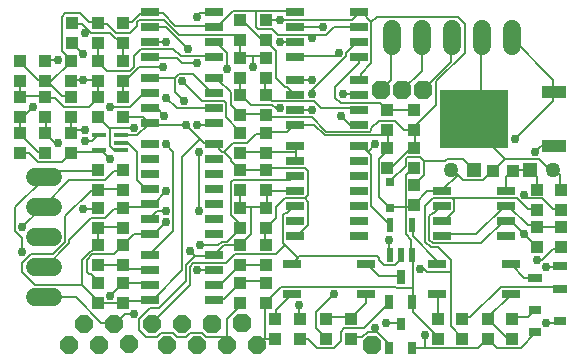
<source format=gbr>
G04 EAGLE Gerber RS-274X export*
G75*
%MOMM*%
%FSLAX34Y34*%
%LPD*%
%INTop Copper*%
%IPPOS*%
%AMOC8*
5,1,8,0,0,1.08239X$1,22.5*%
G01*
%ADD10P,1.732040X8X22.500000*%
%ADD11R,1.258000X1.258000*%
%ADD12C,1.258000*%
%ADD13R,1.000000X1.100000*%
%ADD14R,1.100000X1.000000*%
%ADD15C,1.508000*%
%ADD16R,0.800000X0.800000*%
%ADD17R,1.525000X0.650000*%
%ADD18R,0.600000X1.200000*%
%ADD19R,1.650000X0.650000*%
%ADD20R,1.528000X0.650000*%
%ADD21R,2.100000X1.000000*%
%ADD22R,5.850000X4.900000*%
%ADD23R,1.550000X0.700000*%
%ADD24R,1.200000X0.400000*%
%ADD25R,0.650000X1.100000*%
%ADD26R,0.650000X1.200000*%
%ADD27R,1.100000X0.650000*%
%ADD28R,1.200000X0.650000*%
%ADD29P,1.649562X8X22.500000*%
%ADD30P,1.649562X8X112.500000*%
%ADD31P,1.649562X8X202.500000*%
%ADD32C,0.152400*%
%ADD33C,0.756400*%


D10*
X205740Y38100D03*
X316230Y19050D03*
X180340Y36830D03*
D11*
X402590Y167640D03*
D12*
X382590Y167640D03*
D13*
X328930Y169300D03*
X328930Y186300D03*
X60960Y242960D03*
X60960Y259960D03*
X351790Y186300D03*
X351790Y169300D03*
X476250Y133740D03*
X476250Y150740D03*
X17780Y229480D03*
X17780Y212480D03*
X17780Y182000D03*
X17780Y199000D03*
X351790Y154550D03*
X351790Y137550D03*
D14*
X435220Y166370D03*
X418220Y166370D03*
D11*
X449580Y167640D03*
D12*
X469580Y167640D03*
D13*
X83820Y55000D03*
X83820Y72000D03*
X204470Y167250D03*
X204470Y150250D03*
X226060Y72000D03*
X226060Y55000D03*
X226060Y135500D03*
X226060Y118500D03*
X17780Y242960D03*
X17780Y259960D03*
D15*
X30560Y59690D02*
X45640Y59690D01*
X45640Y85090D02*
X30560Y85090D01*
X30560Y110490D02*
X45640Y110490D01*
X45640Y135890D02*
X30560Y135890D01*
X30560Y161290D02*
X45640Y161290D01*
D16*
X331470Y135050D03*
X331470Y157050D03*
D17*
X127820Y245110D03*
X127820Y232410D03*
X127820Y219710D03*
X127820Y207010D03*
X182060Y207010D03*
X182060Y219710D03*
X182060Y232410D03*
X182060Y245110D03*
D18*
X330860Y95450D03*
X340360Y95450D03*
X349860Y95450D03*
X349860Y120450D03*
X330860Y120450D03*
D19*
X247900Y87630D03*
X247900Y62230D03*
X310900Y62230D03*
X310900Y87630D03*
D20*
X375480Y149860D03*
X375480Y137160D03*
X375480Y124460D03*
X375480Y111760D03*
X429700Y111760D03*
X429700Y124460D03*
X429700Y137160D03*
X429700Y149860D03*
D19*
X371090Y87630D03*
X371090Y62230D03*
X434090Y62230D03*
X434090Y87630D03*
D21*
X470220Y188020D03*
X470220Y233620D03*
D22*
X402220Y210820D03*
D17*
X127820Y95250D03*
X127820Y82550D03*
X127820Y69850D03*
X127820Y57150D03*
X182060Y57150D03*
X182060Y69850D03*
X182060Y82550D03*
X182060Y95250D03*
D23*
X182190Y113030D03*
X182190Y125730D03*
X182190Y138430D03*
X182190Y151130D03*
X182190Y163830D03*
X182190Y176530D03*
X182190Y189230D03*
X127690Y189230D03*
X127690Y176530D03*
X127690Y163830D03*
X127690Y151130D03*
X127690Y138430D03*
X127690Y125730D03*
X127690Y113030D03*
D17*
X251010Y187960D03*
X251010Y175260D03*
X251010Y162560D03*
X251010Y149860D03*
X251010Y137160D03*
X251010Y124460D03*
X251010Y111760D03*
X305250Y111760D03*
X305250Y124460D03*
X305250Y137160D03*
X305250Y149860D03*
X305250Y162560D03*
X305250Y175260D03*
X305250Y187960D03*
D24*
X103480Y184000D03*
X103480Y190500D03*
X103480Y197000D03*
X84480Y197000D03*
X84480Y184000D03*
D17*
X127820Y300990D03*
X127820Y288290D03*
X127820Y275590D03*
X127820Y262890D03*
X182060Y262890D03*
X182060Y275590D03*
X182060Y288290D03*
X182060Y300990D03*
X251010Y300990D03*
X251010Y288290D03*
X251010Y275590D03*
X251010Y262890D03*
X305250Y262890D03*
X305250Y275590D03*
X305250Y288290D03*
X305250Y300990D03*
D10*
X323850Y234950D03*
X359410Y234950D03*
X341630Y234950D03*
D25*
X330760Y16170D03*
X349960Y16170D03*
X340360Y37170D03*
D26*
X330760Y55540D03*
X349960Y55540D03*
X340360Y76540D03*
D27*
X454320Y48970D03*
X454320Y29770D03*
X475320Y39370D03*
D28*
X475320Y66600D03*
X475320Y85800D03*
X454320Y76200D03*
D14*
X39370Y212480D03*
X39370Y229480D03*
X204470Y86750D03*
X204470Y103750D03*
X204470Y72000D03*
X204470Y55000D03*
X226060Y103750D03*
X226060Y86750D03*
X83820Y212480D03*
X83820Y229480D03*
X83820Y118500D03*
X83820Y135500D03*
X105410Y118500D03*
X105410Y135500D03*
X204470Y135500D03*
X204470Y118500D03*
X62230Y274710D03*
X62230Y291710D03*
X105410Y242960D03*
X105410Y259960D03*
X39370Y242960D03*
X39370Y259960D03*
X83820Y150250D03*
X83820Y167250D03*
X83820Y259960D03*
X83820Y242960D03*
X105410Y212480D03*
X105410Y229480D03*
X83820Y291710D03*
X83820Y274710D03*
X351790Y218050D03*
X351790Y201050D03*
X328930Y201050D03*
X328930Y218050D03*
X105410Y291710D03*
X105410Y274710D03*
X233680Y41520D03*
X233680Y24520D03*
X298450Y41520D03*
X298450Y24520D03*
X39370Y182000D03*
X39370Y199000D03*
X276860Y41520D03*
X276860Y24520D03*
X255270Y24520D03*
X255270Y41520D03*
X372110Y41520D03*
X372110Y24520D03*
X434340Y24520D03*
X434340Y41520D03*
X414020Y41520D03*
X414020Y24520D03*
X392430Y41520D03*
X392430Y24520D03*
X476250Y101990D03*
X476250Y118990D03*
X455930Y118990D03*
X455930Y101990D03*
X60960Y199000D03*
X60960Y182000D03*
X105410Y150250D03*
X105410Y167250D03*
X60960Y229480D03*
X60960Y212480D03*
X105410Y86750D03*
X105410Y103750D03*
X105410Y55000D03*
X105410Y72000D03*
X83820Y103750D03*
X83820Y86750D03*
D15*
X332740Y271860D02*
X332740Y286940D01*
X358140Y286940D02*
X358140Y271860D01*
X383540Y271860D02*
X383540Y286940D01*
X408940Y286940D02*
X408940Y271860D01*
X434340Y271860D02*
X434340Y286940D01*
D29*
X59690Y19050D03*
X85090Y19050D03*
X72390Y36830D03*
X97790Y36830D03*
D17*
X251010Y243840D03*
X251010Y231140D03*
X251010Y218440D03*
X251010Y205740D03*
X305250Y205740D03*
X305250Y218440D03*
X305250Y231140D03*
X305250Y243840D03*
D14*
X204470Y230750D03*
X204470Y213750D03*
X226060Y230750D03*
X226060Y213750D03*
X204470Y262500D03*
X204470Y245500D03*
D13*
X226060Y245500D03*
X226060Y262500D03*
X226060Y150250D03*
X226060Y167250D03*
D14*
X226060Y277250D03*
X226060Y294250D03*
X204470Y277250D03*
X204470Y294250D03*
D29*
X110490Y20320D03*
D13*
X226060Y182000D03*
X226060Y199000D03*
D14*
X204470Y182000D03*
X204470Y199000D03*
X455930Y150740D03*
X455930Y133740D03*
D30*
X129540Y36830D03*
X142240Y19050D03*
X154940Y36830D03*
X167640Y19050D03*
D31*
X218440Y19050D03*
X193040Y19050D03*
D32*
X469392Y234696D02*
X469392Y243840D01*
X434340Y278892D01*
X469392Y234696D02*
X470220Y233620D01*
X434340Y278892D02*
X434340Y279400D01*
X405384Y16764D02*
X361188Y16764D01*
X350520Y16764D01*
X405384Y16764D02*
X413004Y24384D01*
X350520Y16764D02*
X349960Y16170D01*
X413004Y24384D02*
X414020Y24520D01*
X441960Y16764D02*
X454152Y28956D01*
X441960Y16764D02*
X422148Y16764D01*
X414528Y24384D01*
X454152Y28956D02*
X454320Y29770D01*
X414528Y24384D02*
X414020Y24520D01*
X332232Y158496D02*
X344424Y170688D01*
X344424Y176784D01*
X345948Y178308D01*
X356616Y178308D01*
X359664Y175260D01*
X359664Y163068D01*
X352044Y155448D01*
X332232Y158496D02*
X331470Y157050D01*
X351790Y154550D02*
X352044Y155448D01*
X268224Y33528D02*
X275844Y25908D01*
X268224Y33528D02*
X268224Y47244D01*
X283464Y62484D01*
X275844Y25908D02*
X276860Y24520D01*
X359664Y175260D02*
X377952Y175260D01*
X379476Y176784D01*
X393192Y176784D01*
X402336Y167640D01*
X402590Y167640D01*
X361188Y27432D02*
X361188Y16764D01*
X469392Y225552D02*
X469392Y233172D01*
X469392Y225552D02*
X437388Y193548D01*
X469392Y233172D02*
X470220Y233620D01*
D33*
X283464Y62484D03*
X361188Y27432D03*
X437388Y193548D03*
D32*
X204216Y54864D02*
X204216Y51816D01*
X193548Y41148D01*
X193548Y25908D02*
X193548Y19812D01*
X193548Y25908D02*
X193548Y41148D01*
X204216Y54864D02*
X204470Y55000D01*
X193548Y19812D02*
X193040Y19050D01*
X190500Y103632D02*
X204216Y103632D01*
X190500Y103632D02*
X182880Y96012D01*
X204216Y103632D02*
X204470Y103750D01*
X182880Y96012D02*
X182060Y95250D01*
X204216Y135636D02*
X204216Y149352D01*
X204216Y135636D02*
X204470Y135500D01*
X204216Y149352D02*
X204470Y150250D01*
X227076Y149352D02*
X227076Y135636D01*
X226060Y135500D01*
X227076Y149352D02*
X249936Y149352D01*
X251010Y149860D01*
X227076Y149352D02*
X226060Y150250D01*
X225552Y135636D02*
X213360Y135636D01*
X205740Y135636D01*
X204470Y135500D01*
X225552Y135636D02*
X226060Y135500D01*
X213360Y112776D02*
X205740Y105156D01*
X213360Y112776D02*
X213360Y135636D01*
X205740Y105156D02*
X204470Y103750D01*
X193548Y25908D02*
X175260Y25908D01*
X172212Y28956D01*
X161544Y28956D01*
X158496Y25908D01*
X150876Y25908D01*
X147828Y28956D01*
X137160Y28956D01*
X134112Y25908D01*
X124968Y25908D01*
X118872Y32004D01*
X118872Y41148D01*
X128016Y50292D01*
X135636Y50292D01*
X158496Y73152D01*
X158496Y86868D01*
X166116Y94488D01*
X181356Y94488D01*
X193548Y25908D02*
X193040Y19050D01*
X181356Y94488D02*
X182060Y95250D01*
X329184Y170688D02*
X333756Y170688D01*
X350520Y187452D01*
X329184Y170688D02*
X328930Y169300D01*
X350520Y187452D02*
X351790Y186300D01*
X352044Y187452D02*
X352044Y199644D01*
X351790Y201050D01*
X352044Y187452D02*
X351790Y186300D01*
X225552Y214884D02*
X205740Y214884D01*
X204470Y213750D01*
X225552Y214884D02*
X226060Y213750D01*
X185928Y243840D02*
X182880Y243840D01*
X185928Y243840D02*
X196596Y233172D01*
X196596Y222504D01*
X204216Y214884D01*
X182880Y243840D02*
X182060Y245110D01*
X204216Y214884D02*
X204470Y213750D01*
X342900Y201168D02*
X350520Y201168D01*
X342900Y201168D02*
X335280Y208788D01*
X321564Y208788D01*
X315468Y202692D01*
X315468Y201168D01*
X313944Y199644D01*
X277368Y199644D01*
X265176Y211836D01*
X228600Y211836D01*
X227076Y213360D01*
X350520Y201168D02*
X351790Y201050D01*
X227076Y213360D02*
X226060Y213750D01*
X435864Y167640D02*
X449580Y167640D01*
X435864Y167640D02*
X435220Y166370D01*
X469392Y100584D02*
X475488Y100584D01*
X469392Y100584D02*
X460248Y91440D01*
X455676Y91440D01*
X475488Y100584D02*
X476250Y101990D01*
X455676Y150876D02*
X455676Y161544D01*
X449580Y167640D01*
X455676Y150876D02*
X455930Y150740D01*
X429768Y150876D02*
X429768Y161544D01*
X434340Y166116D01*
X429768Y150876D02*
X429700Y149860D01*
X434340Y166116D02*
X435220Y166370D01*
X458724Y187452D02*
X469392Y187452D01*
X458724Y187452D02*
X454152Y182880D01*
X469392Y187452D02*
X470220Y188020D01*
X330708Y121920D02*
X315468Y137160D01*
X315468Y179832D01*
X312420Y182880D02*
X306324Y188976D01*
X312420Y182880D02*
X315468Y179832D01*
X330708Y121920D02*
X330860Y120450D01*
X305250Y187960D02*
X306324Y188976D01*
X83820Y73152D02*
X77724Y79248D01*
X76200Y79248D01*
X74676Y80772D01*
X74676Y91440D01*
X79248Y96012D01*
X97536Y96012D01*
X105156Y103632D01*
X83820Y73152D02*
X83820Y72000D01*
X105156Y103632D02*
X105410Y103750D01*
X114300Y112776D02*
X126492Y112776D01*
X114300Y112776D02*
X106680Y105156D01*
X126492Y112776D02*
X127690Y113030D01*
X106680Y105156D02*
X105410Y103750D01*
X18288Y230124D02*
X18288Y242316D01*
X17780Y242960D01*
X18288Y230124D02*
X38100Y230124D01*
X39370Y229480D01*
X18288Y230124D02*
X17780Y229480D01*
X83820Y229480D02*
X83820Y242960D01*
X83820Y243840D02*
X71628Y243840D01*
X60960Y243840D01*
X60960Y242960D01*
X83820Y242960D02*
X83820Y243840D01*
X47244Y228600D02*
X39624Y228600D01*
X47244Y228600D02*
X54864Y220980D01*
X76200Y220980D01*
X83820Y228600D01*
X39624Y228600D02*
X39370Y229480D01*
X83820Y229480D02*
X83820Y228600D01*
X105156Y272796D02*
X105156Y274320D01*
X105156Y272796D02*
X105156Y260604D01*
X105410Y259960D01*
X105156Y274320D02*
X105410Y274710D01*
X70104Y291084D02*
X62484Y291084D01*
X74676Y286512D02*
X77724Y283464D01*
X74676Y286512D02*
X70104Y291084D01*
X77724Y283464D02*
X94488Y283464D01*
X105156Y272796D01*
X62484Y291084D02*
X62230Y291710D01*
X105410Y274710D02*
X105156Y272796D01*
X25908Y181356D02*
X18288Y181356D01*
X25908Y181356D02*
X33528Y173736D01*
X53340Y173736D01*
X60960Y181356D01*
X18288Y181356D02*
X17780Y182000D01*
X60960Y182000D02*
X60960Y181356D01*
X60960Y182880D02*
X83820Y182880D01*
X84480Y184000D01*
X60960Y182880D02*
X60960Y182000D01*
X237744Y294132D02*
X298704Y294132D01*
X237744Y294132D02*
X227076Y294132D01*
X298704Y294132D02*
X304800Y300228D01*
X227076Y294132D02*
X226060Y294250D01*
X304800Y300228D02*
X305250Y300990D01*
X181356Y300228D02*
X170688Y300228D01*
X167640Y297180D01*
X181356Y300228D02*
X182060Y300990D01*
X306324Y248412D02*
X306324Y243840D01*
X306324Y248412D02*
X315468Y257556D01*
X315468Y292608D01*
X306324Y301752D01*
X306324Y243840D02*
X305250Y243840D01*
X305250Y300990D02*
X306324Y301752D01*
X88392Y182880D02*
X85344Y182880D01*
X88392Y182880D02*
X94488Y176784D01*
X85344Y182880D02*
X84480Y184000D01*
X74676Y284988D02*
X74676Y286512D01*
X74676Y284988D02*
X73152Y283464D01*
X128016Y114300D02*
X132588Y114300D01*
X141732Y123444D01*
X128016Y114300D02*
X127690Y113030D01*
X312420Y182880D02*
X318516Y188976D01*
X352044Y201168D02*
X352044Y204216D01*
X370332Y222504D01*
X370332Y242316D01*
X394716Y266700D01*
X394716Y291084D01*
X388620Y297180D01*
X320040Y297180D01*
X315468Y292608D01*
X352044Y201168D02*
X351790Y201050D01*
X166116Y94488D02*
X161544Y99060D01*
D33*
X455676Y91440D03*
X454152Y182880D03*
X167640Y297180D03*
X237744Y294132D03*
X94488Y176784D03*
X73152Y283464D03*
X71628Y243840D03*
X141732Y123444D03*
X318516Y188976D03*
X161544Y99060D03*
D32*
X38100Y243840D02*
X33528Y243840D01*
X18288Y259080D01*
X38100Y243840D02*
X39370Y242960D01*
X18288Y259080D02*
X17780Y259960D01*
X53340Y230124D02*
X60960Y230124D01*
X42672Y240792D02*
X39624Y243840D01*
X42672Y240792D02*
X53340Y230124D01*
X60960Y230124D02*
X60960Y229480D01*
X39370Y242960D02*
X39624Y243840D01*
X42672Y240792D02*
X60960Y259080D01*
X60960Y259960D01*
X42672Y240792D02*
X39370Y242960D01*
X76200Y292608D02*
X83820Y292608D01*
X76200Y292608D02*
X68580Y300228D01*
X56388Y300228D01*
X53340Y297180D01*
X53340Y268224D01*
X60960Y260604D01*
X83820Y291710D02*
X83820Y292608D01*
X60960Y260604D02*
X60960Y259960D01*
X38100Y182880D02*
X33528Y182880D01*
X18288Y198120D01*
X38100Y182880D02*
X39370Y182000D01*
X18288Y198120D02*
X17780Y199000D01*
X18288Y199644D02*
X18288Y211836D01*
X17780Y212480D01*
X18288Y199644D02*
X17780Y199000D01*
X204216Y263652D02*
X204216Y275844D01*
X204216Y263652D02*
X204470Y262500D01*
X204216Y275844D02*
X204470Y277250D01*
X205740Y263652D02*
X214884Y263652D01*
X225552Y263652D01*
X226060Y262500D01*
X205740Y263652D02*
X204470Y262500D01*
X150876Y262128D02*
X128016Y262128D01*
X150876Y262128D02*
X155448Y257556D01*
X167640Y257556D01*
X214884Y254508D02*
X214884Y263652D01*
X128016Y262128D02*
X127820Y262890D01*
X21336Y213360D02*
X18288Y213360D01*
X21336Y213360D02*
X28956Y220980D01*
X18288Y213360D02*
X17780Y212480D01*
X83820Y291084D02*
X91440Y291084D01*
X99060Y283464D01*
X111252Y283464D01*
X117348Y289560D01*
X117348Y292608D01*
X118872Y294132D01*
X140208Y294132D01*
X152400Y281940D01*
X199644Y281940D01*
X204216Y277368D01*
X83820Y291084D02*
X83820Y291710D01*
X204216Y277368D02*
X204470Y277250D01*
X83820Y118500D02*
X83820Y103750D01*
X83820Y118872D02*
X105156Y118872D01*
X105410Y118500D01*
X83820Y118500D02*
X83820Y118872D01*
X83820Y150876D02*
X105156Y150876D01*
X83820Y150876D02*
X83820Y150250D01*
X105156Y150876D02*
X105410Y150250D01*
X105156Y54864D02*
X83820Y54864D01*
X83820Y55000D01*
X105156Y54864D02*
X105410Y55000D01*
X106680Y56388D02*
X126492Y56388D01*
X127820Y57150D01*
X106680Y56388D02*
X105410Y55000D01*
X83820Y149352D02*
X77724Y149352D01*
X56388Y128016D01*
X56388Y106680D01*
X45720Y96012D01*
X27432Y96012D01*
X19812Y88392D01*
X19812Y80772D01*
X30480Y70104D01*
X70104Y70104D01*
X83820Y56388D01*
X83820Y149352D02*
X83820Y150250D01*
X83820Y56388D02*
X83820Y55000D01*
X79248Y99060D02*
X83820Y103632D01*
X79248Y99060D02*
X77724Y99060D01*
X70104Y91440D01*
X70104Y70104D01*
X83820Y103632D02*
X83820Y103750D01*
X225552Y105156D02*
X225552Y117348D01*
X225552Y105156D02*
X226060Y103750D01*
X225552Y117348D02*
X226060Y118500D01*
X251460Y112776D02*
X254508Y112776D01*
X262128Y120396D01*
X262128Y140208D01*
X259080Y143256D01*
X242316Y143256D01*
X234696Y135636D01*
X234696Y126492D01*
X227076Y118872D01*
X251010Y111760D02*
X251460Y112776D01*
X227076Y118872D02*
X226060Y118500D01*
X121920Y211836D02*
X106680Y211836D01*
X121920Y211836D02*
X126492Y207264D01*
X106680Y211836D02*
X105410Y212480D01*
X126492Y207264D02*
X127820Y207010D01*
X117348Y196596D02*
X103632Y196596D01*
X117348Y196596D02*
X126492Y205740D01*
X103480Y197000D02*
X103632Y196596D01*
X126492Y205740D02*
X127820Y207010D01*
X227076Y199644D02*
X243840Y199644D01*
X249936Y205740D01*
X227076Y199644D02*
X226060Y199000D01*
X249936Y205740D02*
X251010Y205740D01*
X225552Y167640D02*
X205740Y167640D01*
X204470Y167250D01*
X225552Y167640D02*
X226060Y167250D01*
X188976Y182880D02*
X182880Y188976D01*
X188976Y182880D02*
X190500Y182880D01*
X196596Y176784D01*
X196596Y175260D01*
X204216Y167640D01*
X182880Y188976D02*
X182190Y189230D01*
X204216Y167640D02*
X204470Y167250D01*
X217932Y198120D02*
X225552Y198120D01*
X217932Y198120D02*
X210312Y190500D01*
X198120Y190500D01*
X190500Y182880D01*
X225552Y198120D02*
X226060Y199000D01*
X158496Y205740D02*
X128016Y205740D01*
X170688Y193548D02*
X173736Y190500D01*
X170688Y193548D02*
X158496Y205740D01*
X173736Y190500D02*
X181356Y190500D01*
X128016Y205740D02*
X127820Y207010D01*
X181356Y190500D02*
X182190Y189230D01*
X259080Y143256D02*
X262128Y146304D01*
X262128Y166116D01*
X259080Y169164D01*
X228600Y169164D01*
X227076Y167640D01*
X226060Y167250D01*
X131064Y57912D02*
X128016Y57912D01*
X131064Y57912D02*
X155448Y82296D01*
X155448Y178308D01*
X170688Y193548D01*
X128016Y57912D02*
X127820Y57150D01*
X224028Y24384D02*
X225552Y24384D01*
X233172Y24384D01*
X224028Y24384D02*
X219456Y19812D01*
X233172Y24384D02*
X233680Y24520D01*
X219456Y19812D02*
X218440Y19050D01*
X225552Y24384D02*
X225552Y54864D01*
X226060Y55000D01*
X350520Y47244D02*
X371856Y25908D01*
X350520Y47244D02*
X350520Y54864D01*
X371856Y25908D02*
X372110Y24520D01*
X350520Y54864D02*
X349960Y55540D01*
X350520Y56388D02*
X350520Y67056D01*
X350520Y94488D01*
X349860Y95450D01*
X350520Y56388D02*
X349960Y55540D01*
X239268Y68580D02*
X227076Y56388D01*
X239268Y68580D02*
X335280Y68580D01*
X336804Y67056D01*
X350520Y67056D01*
X227076Y56388D02*
X226060Y55000D01*
X251460Y263652D02*
X284988Y263652D01*
X288036Y266700D01*
X251460Y263652D02*
X251010Y262890D01*
X475488Y163068D02*
X475488Y150876D01*
X475488Y163068D02*
X470916Y167640D01*
X475488Y150876D02*
X476250Y150740D01*
X470916Y167640D02*
X469580Y167640D01*
X473964Y85344D02*
X463296Y85344D01*
X473964Y85344D02*
X475320Y85800D01*
X409956Y158496D02*
X417576Y166116D01*
X409956Y158496D02*
X393192Y158496D01*
X388620Y163068D02*
X384048Y167640D01*
X388620Y163068D02*
X393192Y158496D01*
X417576Y166116D02*
X418220Y166370D01*
X384048Y167640D02*
X382590Y167640D01*
X388620Y163068D02*
X376428Y150876D01*
X375480Y149860D01*
X329184Y196596D02*
X329184Y199644D01*
X329184Y196596D02*
X329184Y187452D01*
X328930Y186300D01*
X329184Y199644D02*
X328930Y201050D01*
X344424Y135636D02*
X348996Y135636D01*
X344424Y135636D02*
X332232Y135636D01*
X348996Y135636D02*
X350520Y137160D01*
X332232Y135636D02*
X331470Y135050D01*
X350520Y137160D02*
X351790Y137550D01*
X344424Y163068D02*
X350520Y169164D01*
X344424Y163068D02*
X344424Y135636D01*
X350520Y169164D02*
X351790Y169300D01*
X327660Y182880D02*
X327660Y185928D01*
X327660Y182880D02*
X321564Y176784D01*
X321564Y144780D01*
X330708Y135636D01*
X327660Y185928D02*
X328930Y186300D01*
X330708Y135636D02*
X331470Y135050D01*
X362712Y149352D02*
X374904Y149352D01*
X362712Y149352D02*
X352044Y138684D01*
X374904Y149352D02*
X375480Y149860D01*
X352044Y138684D02*
X351790Y137550D01*
X466344Y167640D02*
X469580Y167640D01*
X466344Y167640D02*
X457200Y176784D01*
X428244Y176784D01*
X419100Y167640D01*
X418220Y166370D01*
X402336Y202692D02*
X402336Y210312D01*
X402336Y202692D02*
X428244Y176784D01*
X402336Y210312D02*
X402220Y210820D01*
X408432Y217932D02*
X408432Y278892D01*
X408432Y217932D02*
X402336Y211836D01*
X408432Y278892D02*
X408940Y279400D01*
X402336Y211836D02*
X402220Y210820D01*
X348996Y108204D02*
X348996Y96012D01*
X348996Y108204D02*
X344424Y112776D01*
X344424Y135636D01*
X348996Y96012D02*
X349860Y95450D01*
X266700Y205740D02*
X251010Y205740D01*
X266700Y205740D02*
X275844Y196596D01*
X329184Y196596D01*
X328930Y201050D01*
D33*
X167640Y257556D03*
X214884Y254508D03*
X28956Y220980D03*
X158496Y205740D03*
X288036Y266700D03*
X463296Y85344D03*
D32*
X83820Y166116D02*
X42672Y166116D01*
X38100Y161544D01*
X83820Y166116D02*
X83820Y167250D01*
X38100Y161544D02*
X38100Y161290D01*
X128016Y219456D02*
X134112Y219456D01*
X140208Y213360D01*
X128016Y219456D02*
X127820Y219710D01*
X128016Y288036D02*
X141732Y288036D01*
X160020Y269748D01*
X128016Y288036D02*
X127820Y288290D01*
X19812Y109728D02*
X19812Y97536D01*
X19812Y109728D02*
X13716Y115824D01*
X13716Y135636D01*
X38100Y160020D01*
X38100Y161290D01*
D33*
X140208Y213360D03*
X160020Y269748D03*
X19812Y97536D03*
D32*
X106680Y71628D02*
X124968Y71628D01*
X126492Y70104D01*
X106680Y71628D02*
X105410Y72000D01*
X126492Y70104D02*
X127820Y69850D01*
X105156Y71628D02*
X94488Y60960D01*
X105156Y71628D02*
X105410Y72000D01*
X251460Y288036D02*
X274320Y288036D01*
X251460Y288036D02*
X251010Y288290D01*
D33*
X94488Y60960D03*
X274320Y288036D03*
D32*
X265176Y217932D02*
X251460Y217932D01*
X265176Y231648D02*
X265176Y234696D01*
X294132Y263652D01*
X294132Y266700D01*
X301752Y274320D01*
X304800Y274320D01*
X251010Y218440D02*
X251460Y217932D01*
X304800Y274320D02*
X305250Y275590D01*
X124968Y135636D02*
X106680Y135636D01*
X124968Y135636D02*
X126492Y137160D01*
X106680Y135636D02*
X105410Y135500D01*
X126492Y137160D02*
X127690Y138430D01*
X105156Y134112D02*
X97536Y134112D01*
X89916Y126492D01*
X77724Y126492D01*
X59436Y108204D01*
X59436Y105156D01*
X38100Y83820D01*
X105156Y134112D02*
X105410Y135500D01*
X38100Y85090D02*
X38100Y83820D01*
X131064Y138684D02*
X141732Y149352D01*
X131064Y138684D02*
X128016Y138684D01*
X127690Y138430D01*
D33*
X265176Y217932D03*
X265176Y231648D03*
X141732Y149352D03*
D32*
X83820Y134112D02*
X71628Y134112D01*
X134112Y132588D02*
X141732Y132588D01*
X134112Y132588D02*
X128016Y126492D01*
X83820Y134112D02*
X83820Y135500D01*
X127690Y125730D02*
X128016Y126492D01*
X65532Y59436D02*
X38100Y59436D01*
X65532Y59436D02*
X86868Y38100D01*
X97536Y38100D01*
X38100Y59436D02*
X38100Y59690D01*
X97536Y38100D02*
X97790Y36830D01*
X106680Y45720D02*
X114300Y45720D01*
X106680Y45720D02*
X97790Y36830D01*
D33*
X71628Y134112D03*
X141732Y132588D03*
X114300Y45720D03*
D32*
X332232Y243840D02*
X332232Y278892D01*
X332232Y243840D02*
X324612Y236220D01*
X332232Y278892D02*
X332740Y279400D01*
X324612Y236220D02*
X323850Y234950D01*
X105156Y166116D02*
X97536Y166116D01*
X89916Y158496D01*
X59436Y158496D01*
X38100Y137160D01*
X105156Y166116D02*
X105410Y167250D01*
X167640Y205740D02*
X181356Y205740D01*
X182060Y207010D01*
X182880Y274320D02*
X185928Y274320D01*
X193548Y266700D01*
X193548Y252984D01*
X182880Y274320D02*
X182060Y275590D01*
X38100Y137160D02*
X19812Y118872D01*
X38100Y135890D02*
X38100Y137160D01*
D33*
X167640Y205740D03*
X193548Y252984D03*
X19812Y118872D03*
D32*
X39624Y199644D02*
X39624Y211836D01*
X39624Y199644D02*
X39370Y199000D01*
X39624Y211836D02*
X39370Y212480D01*
X121920Y231648D02*
X126492Y231648D01*
X121920Y231648D02*
X111252Y220980D01*
X94488Y220980D01*
X50292Y190500D02*
X47244Y190500D01*
X39624Y198120D01*
X126492Y231648D02*
X127820Y232410D01*
X39370Y199000D02*
X39624Y198120D01*
D33*
X94488Y220980D03*
X50292Y190500D03*
D32*
X60960Y201168D02*
X60960Y212480D01*
X60960Y201168D02*
X60960Y199000D01*
X150876Y219456D02*
X181356Y219456D01*
X150876Y219456D02*
X141732Y228600D01*
X73152Y201168D02*
X60960Y201168D01*
X181356Y219456D02*
X182060Y219710D01*
D33*
X141732Y228600D03*
X73152Y201168D03*
D32*
X128016Y245364D02*
X149352Y245364D01*
X152400Y248412D01*
X164592Y248412D01*
X181356Y231648D01*
X128016Y245364D02*
X127820Y245110D01*
X181356Y231648D02*
X182060Y232410D01*
X94488Y201168D02*
X92964Y202692D01*
X83820Y211836D01*
X94488Y201168D02*
X94488Y187452D01*
X97536Y184404D01*
X102108Y184404D01*
X83820Y211836D02*
X83820Y212480D01*
X102108Y184404D02*
X103480Y184000D01*
X147828Y115824D02*
X128016Y96012D01*
X147828Y115824D02*
X147828Y182880D01*
X141732Y188976D01*
X114300Y202692D02*
X92964Y202692D01*
X128016Y96012D02*
X127820Y95250D01*
X149352Y233172D02*
X149352Y245364D01*
X149352Y233172D02*
X156972Y225552D01*
D33*
X141732Y188976D03*
X114300Y202692D03*
X156972Y225552D03*
D32*
X105156Y86868D02*
X83820Y86868D01*
X83820Y86750D01*
X105156Y86868D02*
X105410Y86750D01*
X108204Y83820D02*
X126492Y83820D01*
X108204Y83820D02*
X106680Y85344D01*
X126492Y83820D02*
X127820Y82550D01*
X106680Y85344D02*
X105410Y86750D01*
X205740Y86868D02*
X225552Y86868D01*
X205740Y86868D02*
X204470Y86750D01*
X225552Y86868D02*
X226060Y86750D01*
X187452Y70104D02*
X182880Y70104D01*
X187452Y70104D02*
X204216Y86868D01*
X182880Y70104D02*
X182060Y69850D01*
X204216Y86868D02*
X204470Y86750D01*
X205740Y73152D02*
X225552Y73152D01*
X205740Y73152D02*
X204470Y72000D01*
X225552Y73152D02*
X226060Y72000D01*
X190500Y57912D02*
X182880Y57912D01*
X190500Y57912D02*
X204216Y71628D01*
X182880Y57912D02*
X182060Y57150D01*
X204216Y71628D02*
X204470Y72000D01*
X204216Y118872D02*
X204216Y121920D01*
X196596Y129540D01*
X196596Y156972D01*
X198120Y158496D01*
X246888Y158496D01*
X249936Y161544D01*
X204216Y118872D02*
X204470Y118500D01*
X249936Y161544D02*
X251010Y162560D01*
X181356Y82296D02*
X167640Y82296D01*
X170688Y103632D02*
X185928Y103632D01*
X188976Y106680D01*
X193548Y106680D01*
X204216Y117348D01*
X182060Y82550D02*
X181356Y82296D01*
X204216Y117348D02*
X204470Y118500D01*
X291084Y231648D02*
X304800Y231648D01*
X305250Y231140D01*
D33*
X167640Y82296D03*
X170688Y103632D03*
X291084Y231648D03*
D32*
X109728Y190500D02*
X103480Y190500D01*
X109728Y190500D02*
X117348Y182880D01*
X117348Y158496D01*
X123444Y152400D01*
X126492Y152400D01*
X127690Y151130D01*
X254508Y53340D02*
X254508Y42672D01*
X255270Y41520D01*
X112776Y292608D02*
X106680Y292608D01*
X112776Y292608D02*
X120396Y300228D01*
X126492Y300228D01*
X106680Y292608D02*
X105410Y291710D01*
X126492Y300228D02*
X127820Y300990D01*
X149352Y289560D02*
X181356Y289560D01*
X149352Y289560D02*
X138684Y300228D01*
X128016Y300228D01*
X181356Y289560D02*
X182060Y288290D01*
X128016Y300228D02*
X127820Y300990D01*
X198120Y301752D02*
X217932Y301752D01*
X249936Y301752D01*
X198120Y301752D02*
X185928Y289560D01*
X182880Y289560D01*
X249936Y301752D02*
X251010Y300990D01*
X182880Y289560D02*
X182060Y288290D01*
X283464Y288036D02*
X304800Y288036D01*
X283464Y288036D02*
X277368Y281940D01*
X265176Y281940D02*
X236220Y281940D01*
X265176Y281940D02*
X277368Y281940D01*
X236220Y281940D02*
X231648Y286512D01*
X219456Y286512D01*
X217932Y288036D01*
X217932Y301752D01*
X304800Y288036D02*
X305250Y288290D01*
X169164Y182880D02*
X169164Y132588D01*
X265176Y278892D02*
X265176Y281940D01*
D33*
X254508Y53340D03*
X169164Y132588D03*
X169164Y182880D03*
X265176Y278892D03*
D32*
X339852Y94488D02*
X339852Y91440D01*
X335280Y86868D01*
X326136Y86868D01*
X321564Y91440D01*
X321564Y92964D01*
X320040Y94488D01*
X254508Y94488D01*
X252984Y92964D02*
X248412Y88392D01*
X252984Y92964D02*
X254508Y94488D01*
X339852Y94488D02*
X340360Y95450D01*
X248412Y88392D02*
X247900Y87630D01*
X243840Y131064D02*
X249936Y137160D01*
X243840Y131064D02*
X242316Y131064D01*
X240792Y129540D01*
X240792Y105156D01*
X242316Y103632D02*
X252984Y92964D01*
X242316Y103632D02*
X240792Y105156D01*
X249936Y137160D02*
X251010Y137160D01*
X161544Y70104D02*
X129540Y38100D01*
X161544Y70104D02*
X161544Y85344D01*
X164592Y88392D01*
X192024Y88392D01*
X199644Y96012D01*
X234696Y96012D01*
X242316Y103632D01*
X129540Y38100D02*
X129540Y36830D01*
X105156Y230124D02*
X105156Y242316D01*
X105156Y230124D02*
X105410Y229480D01*
X105156Y242316D02*
X105410Y242960D01*
X237744Y275844D02*
X249936Y275844D01*
X138684Y254508D02*
X118872Y254508D01*
X106680Y242316D01*
X249936Y275844D02*
X251010Y275590D01*
X106680Y242316D02*
X105410Y242960D01*
D33*
X237744Y275844D03*
X138684Y254508D03*
D32*
X358140Y251460D02*
X358140Y279400D01*
X358140Y251460D02*
X341630Y234950D01*
X339852Y38100D02*
X327660Y38100D01*
X339852Y38100D02*
X340360Y37170D01*
D33*
X327660Y38100D03*
D32*
X321564Y77724D02*
X339852Y77724D01*
X321564Y77724D02*
X312420Y86868D01*
X339852Y77724D02*
X340360Y76540D01*
X312420Y86868D02*
X310900Y87630D01*
X297180Y42672D02*
X277368Y42672D01*
X276860Y41520D01*
X297180Y42672D02*
X298450Y41520D01*
X310896Y54864D02*
X310896Y60960D01*
X310896Y54864D02*
X298704Y42672D01*
X310896Y60960D02*
X310900Y62230D01*
X298704Y42672D02*
X298450Y41520D01*
X298704Y25908D02*
X307848Y25908D01*
X312420Y30480D01*
X318516Y30480D02*
X320040Y30480D01*
X318516Y30480D02*
X312420Y30480D01*
X320040Y30480D02*
X330708Y19812D01*
X330708Y16764D01*
X298450Y24520D02*
X298704Y25908D01*
X330708Y16764D02*
X330760Y16170D01*
X318516Y30480D02*
X318516Y33528D01*
D33*
X318516Y33528D03*
D32*
X262128Y24384D02*
X256032Y24384D01*
X262128Y24384D02*
X269748Y16764D01*
X283464Y16764D01*
X289560Y22860D01*
X289560Y30480D01*
X292608Y33528D01*
X309372Y33528D01*
X330708Y54864D01*
X256032Y24384D02*
X255270Y24520D01*
X330708Y54864D02*
X330760Y55540D01*
X234696Y48768D02*
X234696Y42672D01*
X234696Y48768D02*
X246888Y60960D01*
X234696Y42672D02*
X233680Y41520D01*
X246888Y60960D02*
X247900Y62230D01*
X463296Y38100D02*
X473964Y38100D01*
X475320Y39370D01*
D33*
X463296Y38100D03*
D32*
X454320Y76200D02*
X445008Y76200D01*
X434340Y86868D01*
X434090Y87630D01*
X434340Y25908D02*
X429768Y25908D01*
X414528Y41148D01*
X434340Y25908D02*
X434340Y24520D01*
X414528Y41148D02*
X414020Y41520D01*
X414528Y42672D02*
X432816Y60960D01*
X434090Y62230D01*
X414528Y42672D02*
X414020Y41520D01*
X434340Y42672D02*
X448056Y42672D01*
X454152Y48768D01*
X434340Y42672D02*
X434340Y41520D01*
X454152Y48768D02*
X454320Y48970D01*
X399288Y42672D02*
X393192Y42672D01*
X399288Y42672D02*
X425196Y68580D01*
X472440Y68580D01*
X473964Y67056D01*
X393192Y42672D02*
X392430Y41520D01*
X473964Y67056D02*
X475320Y66600D01*
X371856Y60960D02*
X371856Y42672D01*
X372110Y41520D01*
X371856Y60960D02*
X371090Y62230D01*
X382524Y35052D02*
X391668Y25908D01*
X382524Y80772D02*
X382524Y91440D01*
X382524Y80772D02*
X382524Y35052D01*
X382524Y91440D02*
X371856Y102108D01*
X365760Y102108D01*
X361188Y106680D01*
X361188Y137160D01*
X367284Y143256D01*
X384048Y143256D01*
X385572Y141732D01*
X385572Y132588D01*
X376428Y123444D01*
X391668Y25908D02*
X392430Y24520D01*
X376428Y123444D02*
X375480Y124460D01*
X448056Y134112D02*
X455676Y134112D01*
X448056Y134112D02*
X438912Y143256D01*
X384048Y143256D01*
X455676Y134112D02*
X455930Y133740D01*
X359664Y83820D02*
X356616Y83820D01*
X359664Y83820D02*
X362712Y80772D01*
X382524Y80772D01*
D33*
X356616Y83820D03*
D32*
X330708Y96012D02*
X330708Y108204D01*
X265176Y243840D02*
X251010Y243840D01*
X330708Y96012D02*
X330860Y95450D01*
D33*
X330708Y108204D03*
X265176Y243840D03*
D32*
X350520Y120396D02*
X350520Y111252D01*
X370332Y91440D01*
X370332Y88392D01*
X350520Y120396D02*
X349860Y120450D01*
X370332Y88392D02*
X371090Y87630D01*
X434340Y123444D02*
X445008Y112776D01*
X455676Y102108D01*
X434340Y123444D02*
X429768Y123444D01*
X455676Y102108D02*
X455930Y101990D01*
X429768Y123444D02*
X429700Y124460D01*
X469392Y134112D02*
X475488Y134112D01*
X469392Y134112D02*
X460248Y143256D01*
X448056Y143256D01*
X445008Y146304D01*
X475488Y134112D02*
X476250Y133740D01*
X374904Y137160D02*
X368808Y131064D01*
X367284Y131064D01*
X364236Y128016D01*
X364236Y108204D01*
X367284Y105156D01*
X408432Y105156D01*
X428244Y124968D01*
X375480Y137160D02*
X374904Y137160D01*
X428244Y124968D02*
X429700Y124460D01*
D33*
X445008Y146304D03*
X445008Y112776D03*
D32*
X457200Y118872D02*
X475488Y118872D01*
X457200Y118872D02*
X455930Y118990D01*
X475488Y118872D02*
X476250Y118990D01*
X403860Y112776D02*
X376428Y112776D01*
X403860Y112776D02*
X428244Y137160D01*
X376428Y112776D02*
X375480Y111760D01*
X428244Y137160D02*
X429700Y137160D01*
X448056Y120396D02*
X455676Y120396D01*
X448056Y120396D02*
X431292Y137160D01*
X429700Y137160D01*
X455676Y120396D02*
X455930Y118990D01*
X382524Y259080D02*
X382524Y278892D01*
X382524Y259080D02*
X359664Y236220D01*
X382524Y278892D02*
X383540Y279400D01*
X359664Y236220D02*
X359410Y234950D01*
X204216Y231648D02*
X204216Y245364D01*
X204216Y231648D02*
X204470Y230750D01*
X204216Y245364D02*
X204470Y245500D01*
X297180Y205740D02*
X305250Y205740D01*
X297180Y205740D02*
X289560Y213360D01*
X237744Y219456D02*
X234696Y219456D01*
X231648Y222504D01*
X213360Y222504D01*
X205740Y230124D01*
X204470Y230750D01*
D33*
X289560Y213360D03*
X237744Y219456D03*
D32*
X225552Y231648D02*
X225552Y245364D01*
X225552Y231648D02*
X226060Y230750D01*
X225552Y245364D02*
X226060Y245500D01*
X272796Y219456D02*
X304800Y219456D01*
X272796Y219456D02*
X266700Y225552D01*
X231648Y225552D01*
X227076Y230124D01*
X304800Y219456D02*
X305250Y218440D01*
X227076Y230124D02*
X226060Y230750D01*
X225552Y277368D02*
X222504Y277368D01*
X205740Y294132D01*
X225552Y277368D02*
X226060Y277250D01*
X205740Y294132D02*
X204470Y294250D01*
X243840Y237744D02*
X249936Y231648D01*
X243840Y237744D02*
X242316Y237744D01*
X234696Y245364D01*
X234696Y268224D01*
X227076Y275844D01*
X249936Y231648D02*
X251010Y231140D01*
X227076Y275844D02*
X226060Y277250D01*
X225552Y182880D02*
X205740Y182880D01*
X204470Y182000D01*
X225552Y182880D02*
X226060Y182000D01*
X251460Y182880D02*
X251460Y187452D01*
X251460Y182880D02*
X251460Y175260D01*
X251010Y175260D01*
X251460Y187452D02*
X251010Y187960D01*
X251460Y182880D02*
X227076Y182880D01*
X226060Y182000D01*
X204216Y199644D02*
X192024Y211836D01*
X192024Y224028D01*
X190500Y225552D01*
X172212Y225552D01*
X155448Y242316D01*
X79248Y192024D02*
X73152Y192024D01*
X79248Y192024D02*
X83820Y196596D01*
X204216Y199644D02*
X204470Y199000D01*
X84480Y197000D02*
X83820Y196596D01*
D33*
X155448Y242316D03*
X73152Y192024D03*
D32*
X329184Y217932D02*
X350520Y217932D01*
X329184Y217932D02*
X328930Y218050D01*
X350520Y217932D02*
X351790Y218050D01*
X304800Y257556D02*
X304800Y262128D01*
X304800Y257556D02*
X284988Y237744D01*
X284988Y228600D01*
X289560Y224028D01*
X323088Y224028D01*
X327660Y219456D01*
X304800Y262128D02*
X305250Y262890D01*
X327660Y219456D02*
X328930Y218050D01*
X50292Y260604D02*
X39624Y260604D01*
X62484Y274320D02*
X71628Y265176D01*
X39624Y260604D02*
X39370Y259960D01*
X62230Y274710D02*
X62484Y274320D01*
X128016Y275844D02*
X141732Y275844D01*
X128016Y275844D02*
X127820Y275590D01*
D33*
X50292Y260604D03*
X71628Y265176D03*
X141732Y275844D03*
D32*
X83820Y274710D02*
X83820Y259960D01*
X153924Y263652D02*
X181356Y263652D01*
X153924Y263652D02*
X147828Y269748D01*
X120396Y269748D01*
X114300Y263652D01*
X114300Y254508D01*
X111252Y251460D01*
X91440Y251460D01*
X83820Y259080D01*
X181356Y263652D02*
X182060Y262890D01*
X83820Y259960D02*
X83820Y259080D01*
M02*

</source>
